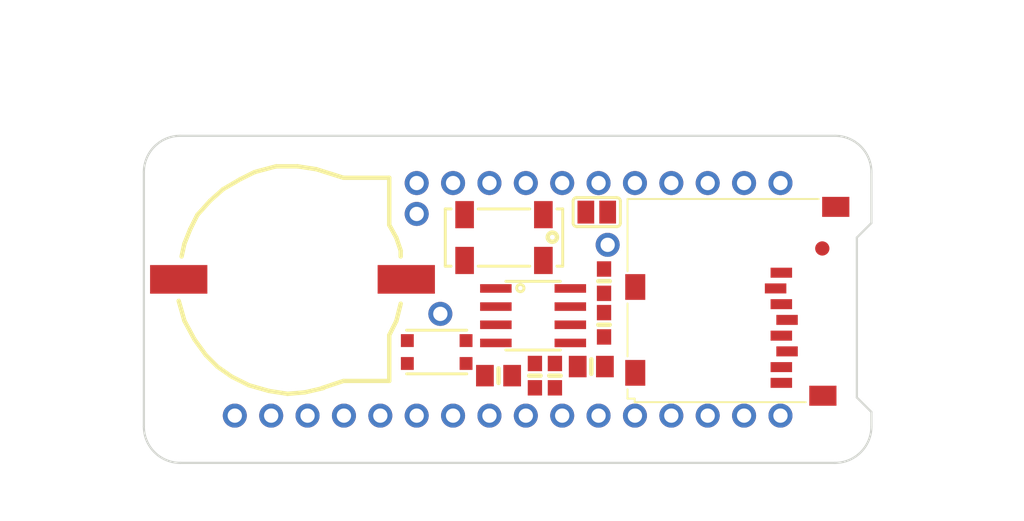
<source format=kicad_pcb>
(kicad_pcb (version 20171130) (host pcbnew "(5.1.4-0-10_14)")

  (general
    (thickness 1.6)
    (drawings 19)
    (tracks 0)
    (zones 0)
    (modules 18)
    (nets 35)
  )

  (page A4)
  (layers
    (0 Top signal)
    (31 Bottom signal)
    (32 B.Adhes user)
    (33 F.Adhes user)
    (34 B.Paste user)
    (35 F.Paste user)
    (36 B.SilkS user)
    (37 F.SilkS user)
    (38 B.Mask user)
    (39 F.Mask user)
    (40 Dwgs.User user)
    (41 Cmts.User user)
    (42 Eco1.User user)
    (43 Eco2.User user)
    (44 Edge.Cuts user)
    (45 Margin user)
    (46 B.CrtYd user hide)
    (47 F.CrtYd user)
    (48 B.Fab user)
    (49 F.Fab user)
  )

  (setup
    (last_trace_width 0.1524)
    (trace_clearance 0.1524)
    (zone_clearance 0.508)
    (zone_45_only no)
    (trace_min 0.1524)
    (via_size 0.8001)
    (via_drill 0.4)
    (via_min_size 0.8001)
    (via_min_drill 0.3)
    (uvia_size 0.3)
    (uvia_drill 0.1)
    (uvias_allowed yes)
    (uvia_min_size 0.2)
    (uvia_min_drill 0.1)
    (edge_width 0.05)
    (segment_width 0.2)
    (pcb_text_width 0.3)
    (pcb_text_size 1.5 1.5)
    (mod_edge_width 0.12)
    (mod_text_size 1 1)
    (mod_text_width 0.15)
    (pad_size 1.524 1.524)
    (pad_drill 0.762)
    (pad_to_mask_clearance 0.051)
    (solder_mask_min_width 0.25)
    (aux_axis_origin 0 0)
    (visible_elements FFFFEF7F)
    (pcbplotparams
      (layerselection 0x010fc_ffffffff)
      (usegerberextensions false)
      (usegerberattributes false)
      (usegerberadvancedattributes false)
      (creategerberjobfile false)
      (excludeedgelayer true)
      (linewidth 0.100000)
      (plotframeref false)
      (viasonmask false)
      (mode 1)
      (useauxorigin false)
      (hpglpennumber 1)
      (hpglpenspeed 20)
      (hpglpendiameter 15.000000)
      (psnegative false)
      (psa4output false)
      (plotreference true)
      (plotvalue true)
      (plotinvisibletext false)
      (padsonsilk false)
      (subtractmaskfromsilk false)
      (outputformat 1)
      (mirror false)
      (drillshape 1)
      (scaleselection 1)
      (outputdirectory ""))
  )

  (net 0 "")
  (net 1 G)
  (net 2 TX)
  (net 3 RX)
  (net 4 F)
  (net 5 E)
  (net 6 D)
  (net 7 C)
  (net 8 B)
  (net 9 A)
  (net 10 AREF)
  (net 11 USB)
  (net 12 N)
  (net 13 M)
  (net 14 L)
  (net 15 J)
  (net 16 I)
  (net 17 H)
  (net 18 SCL)
  (net 19 SDA)
  (net 20 GND)
  (net 21 MOSI)
  (net 22 MISO)
  (net 23 SCK)
  (net 24 +3V3)
  (net 25 SD_CS)
  (net 26 RESET)
  (net 27 N$7)
  (net 28 N$8)
  (net 29 VBAT)
  (net 30 EN)
  (net 31 CR1220)
  (net 32 INT1)
  (net 33 CS)
  (net 34 N$1)

  (net_class Default "This is the default net class."
    (clearance 0.1524)
    (trace_width 0.1524)
    (via_dia 0.8001)
    (via_drill 0.4)
    (uvia_dia 0.3)
    (uvia_drill 0.1)
    (add_net +3V3)
    (add_net A)
    (add_net AREF)
    (add_net B)
    (add_net C)
    (add_net CR1220)
    (add_net CS)
    (add_net D)
    (add_net E)
    (add_net EN)
    (add_net F)
    (add_net G)
    (add_net GND)
    (add_net H)
    (add_net I)
    (add_net INT1)
    (add_net J)
    (add_net L)
    (add_net M)
    (add_net MISO)
    (add_net MOSI)
    (add_net N)
    (add_net N$1)
    (add_net N$7)
    (add_net N$8)
    (add_net RESET)
    (add_net RX)
    (add_net SCK)
    (add_net SCL)
    (add_net SDA)
    (add_net SD_CS)
    (add_net TX)
    (add_net USB)
    (add_net VBAT)
  )

  (module MICROSD locked (layer Top) (tedit 5ECD63E1) (tstamp 5D7BF619)
    (at 167.132 105.156 90)
    (descr "Courtesy: Adafruit Industries")
    (fp_text reference X4 (at -5.805 -2.47 90) (layer F.SilkS) hide
      (effects (font (size 0.77216 0.77216) (thickness 0.146304)) (justify left bottom))
    )
    (fp_text value microsd (at -5.805 -1.327 90) (layer F.Fab) hide
      (effects (font (size 0.38608 0.38608) (thickness 0.04064)) (justify left bottom))
    )
    (fp_line (start 7.165 -10.26) (end 7.165 3.09) (layer F.SilkS) (width 0.127))
    (fp_line (start 2.115 -10.26) (end 7.165 -10.26) (layer F.SilkS) (width 0.127))
    (fp_line (start -3.835 -10.26) (end -0.135 -10.26) (layer F.SilkS) (width 0.127))
    (fp_line (start -7.035 -9.76) (end -7.035 2.19) (layer F.SilkS) (width 0.127))
    (fp_line (start -6.785 -9.76) (end -7.035 -9.76) (layer F.SilkS) (width 0.127))
    (fp_line (start -6.785 -10.26) (end -6.785 -9.76) (layer F.SilkS) (width 0.127))
    (fp_line (start -6.135 -10.26) (end -6.785 -10.26) (layer F.SilkS) (width 0.127))
    (fp_line (start 4.305 9.36) (end 4.305 6.51) (layer F.Fab) (width 0.1))
    (fp_arc (start 3.455 9.36) (end 3.455 10.21) (angle -90) (layer F.Fab) (width 0.1))
    (fp_line (start -5.845 10.21) (end 3.455 10.21) (layer F.Fab) (width 0.1))
    (fp_arc (start -5.845 9.36) (end -6.695 9.36) (angle -90) (layer F.Fab) (width 0.1))
    (fp_line (start -6.695 6.56) (end -6.695 9.36) (layer F.Fab) (width 0.1))
    (fp_arc (start 3.455 5.91) (end 3.455 6.76) (angle -90) (layer F.Fab) (width 0.1))
    (fp_line (start -5.845 6.76) (end 3.455 6.76) (layer F.Fab) (width 0.1))
    (fp_arc (start -5.845 5.91) (end -6.695 5.91) (angle -90) (layer F.Fab) (width 0.1))
    (fp_line (start -6.695 5.76) (end -6.695 5.91) (layer F.Fab) (width 0.1))
    (fp_line (start 4.305 5.26) (end 4.305 3.96) (layer F.Fab) (width 0.1))
    (fp_arc (start 3.555 5.26) (end 3.555 6.01) (angle -90) (layer F.Fab) (width 0.1))
    (fp_line (start -5.895 6.01) (end 3.555 6.01) (layer F.Fab) (width 0.1))
    (fp_arc (start -5.895 5.26) (end -6.645 5.26) (angle -90) (layer F.Fab) (width 0.1))
    (fp_line (start -6.645 3.96) (end -6.645 5.26) (layer F.Fab) (width 0.1))
    (fp_line (start 2.205 1.01) (end 2.205 -0.34) (layer F.Fab) (width 0.1))
    (fp_line (start 1.805 1.01) (end 2.205 1.01) (layer F.Fab) (width 0.1))
    (fp_line (start 1.805 -0.39) (end 1.805 1.01) (layer F.Fab) (width 0.1))
    (fp_line (start 1.105 0.66) (end 1.105 -0.39) (layer F.Fab) (width 0.1))
    (fp_line (start 0.705 0.66) (end 1.105 0.66) (layer F.Fab) (width 0.1))
    (fp_line (start 0.705 -0.39) (end 0.705 0.66) (layer F.Fab) (width 0.1))
    (fp_line (start 0.005 1.06) (end 0.005 -0.34) (layer F.Fab) (width 0.1))
    (fp_line (start -0.395 1.06) (end 0.005 1.06) (layer F.Fab) (width 0.1))
    (fp_line (start -0.395 -0.39) (end -0.395 1.06) (layer F.Fab) (width 0.1))
    (fp_line (start -1.095 1.21) (end -1.445 1.21) (layer F.Fab) (width 0.1))
    (fp_line (start -1.095 -0.24) (end -1.095 1.21) (layer F.Fab) (width 0.1))
    (fp_line (start -0.745 -0.24) (end -0.745 -0.39) (layer F.Fab) (width 0.1))
    (fp_line (start -1.095 -0.24) (end -0.745 -0.24) (layer F.Fab) (width 0.1))
    (fp_line (start -1.495 -0.24) (end -1.095 -0.24) (layer F.Fab) (width 0.1))
    (fp_line (start -2.195 1.06) (end -2.195 -0.24) (layer F.Fab) (width 0.1))
    (fp_line (start -2.595 1.06) (end -2.195 1.06) (layer F.Fab) (width 0.1))
    (fp_line (start -2.595 -0.39) (end -2.595 1.06) (layer F.Fab) (width 0.1))
    (fp_line (start -3.245 1.26) (end -3.245 -0.19) (layer F.Fab) (width 0.1))
    (fp_line (start -3.695 1.26) (end -3.245 1.26) (layer F.Fab) (width 0.1))
    (fp_line (start -3.695 -0.19) (end -3.695 1.26) (layer F.Fab) (width 0.1))
    (fp_line (start -2.945 -0.19) (end -2.945 -0.39) (layer F.Fab) (width 0.1))
    (fp_line (start -3.245 -0.19) (end -2.945 -0.19) (layer F.Fab) (width 0.1))
    (fp_line (start -3.695 -0.19) (end -3.245 -0.19) (layer F.Fab) (width 0.1))
    (fp_line (start -4.045 -0.19) (end -3.695 -0.19) (layer F.Fab) (width 0.1))
    (fp_line (start -4.045 -0.39) (end -4.045 -0.19) (layer F.Fab) (width 0.1))
    (fp_line (start -4.395 1.01) (end -4.395 -0.39) (layer F.Fab) (width 0.1))
    (fp_line (start -4.795 1.01) (end -4.395 1.01) (layer F.Fab) (width 0.1))
    (fp_line (start -4.795 -0.39) (end -4.795 1.01) (layer F.Fab) (width 0.1))
    (fp_line (start -5.495 1.01) (end -5.495 -0.39) (layer F.Fab) (width 0.1))
    (fp_line (start -5.895 1.01) (end -5.495 1.01) (layer F.Fab) (width 0.1))
    (fp_line (start -5.895 -0.34) (end -5.895 1.01) (layer F.Fab) (width 0.1))
    (fp_line (start 1.405 -9.39) (end 1.405 -9.99) (layer F.Fab) (width 0.1))
    (fp_line (start 1.305 -9.39) (end 1.405 -9.39) (layer F.Fab) (width 0.1))
    (fp_line (start 0.205 -9.39) (end 0.205 -9.99) (layer F.Fab) (width 0.1))
    (fp_line (start 0.405 -9.39) (end 0.205 -9.39) (layer F.Fab) (width 0.1))
    (fp_line (start 1.305 -9.24) (end 1.555 -9.24) (layer F.Fab) (width 0.1))
    (fp_line (start 0.405 -9.24) (end 0.105 -9.24) (layer F.Fab) (width 0.1))
    (fp_line (start 0.155 -4.24) (end 1.455 -4.24) (layer F.Fab) (width 0.1))
    (fp_line (start 0.405 -9.69) (end 0.155 -4.24) (layer F.Fab) (width 0.1))
    (fp_line (start 0.405 -9.74) (end 0.405 -9.69) (layer F.Fab) (width 0.1))
    (fp_arc (start 0.555 -9.69) (end 0.605 -9.84) (angle -90) (layer F.Fab) (width 0.1))
    (fp_line (start 0.605 -8.89) (end 0.605 -9.84) (layer F.Fab) (width 0.1))
    (fp_arc (start 0.855 -8.89) (end 0.855 -8.64) (angle 90) (layer F.Fab) (width 0.1))
    (fp_line (start 0.805 -8.64) (end 0.855 -8.64) (layer F.Fab) (width 0.1))
    (fp_arc (start 0.805 -8.89) (end 1.055 -8.89) (angle 90) (layer F.Fab) (width 0.1))
    (fp_line (start 1.055 -9.84) (end 1.055 -8.89) (layer F.Fab) (width 0.1))
    (fp_arc (start 1.055 -9.64) (end 1.255 -9.64) (angle -90) (layer F.Fab) (width 0.1))
    (fp_line (start 1.255 -9.59) (end 1.255 -9.64) (layer F.Fab) (width 0.1))
    (fp_line (start 1.455 -4.24) (end 1.255 -9.59) (layer F.Fab) (width 0.1))
    (fp_arc (start 1.605 -4.24) (end 1.605 -4.09) (angle 90) (layer F.Fab) (width 0.1))
    (fp_arc (start 1.605 -4.24) (end 1.755 -4.24) (angle 90) (layer F.Fab) (width 0.1))
    (fp_line (start 1.755 -4.29) (end 1.755 -4.24) (layer F.Fab) (width 0.1))
    (fp_line (start 1.505 -10.19) (end 1.755 -4.29) (layer F.Fab) (width 0.1))
    (fp_line (start 0.155 -10.04) (end 1.505 -10.04) (layer F.Fab) (width 0.1))
    (fp_line (start -0.145 -4.24) (end 0.105 -10.19) (layer F.Fab) (width 0.1))
    (fp_arc (start 0.005 -4.24) (end 0.005 -4.09) (angle 90) (layer F.Fab) (width 0.1))
    (fp_arc (start 0.005 -4.24) (end 0.155 -4.24) (angle 90) (layer F.Fab) (width 0.1))
    (fp_line (start -4.295 -9.39) (end -4.295 -9.99) (layer F.Fab) (width 0.1))
    (fp_line (start -4.395 -9.39) (end -4.295 -9.39) (layer F.Fab) (width 0.1))
    (fp_line (start -5.495 -9.39) (end -5.495 -9.99) (layer F.Fab) (width 0.1))
    (fp_line (start -5.295 -9.39) (end -5.495 -9.39) (layer F.Fab) (width 0.1))
    (fp_line (start -4.395 -9.24) (end -4.145 -9.24) (layer F.Fab) (width 0.1))
    (fp_line (start -5.295 -9.24) (end -5.595 -9.24) (layer F.Fab) (width 0.1))
    (fp_line (start -5.545 -4.24) (end -4.245 -4.24) (layer F.Fab) (width 0.1))
    (fp_line (start -5.295 -9.69) (end -5.545 -4.24) (layer F.Fab) (width 0.1))
    (fp_line (start -5.295 -9.74) (end -5.295 -9.69) (layer F.Fab) (width 0.1))
    (fp_arc (start -5.145 -9.69) (end -5.095 -9.84) (angle -90) (layer F.Fab) (width 0.1))
    (fp_line (start -5.095 -8.89) (end -5.095 -9.84) (layer F.Fab) (width 0.1))
    (fp_arc (start -4.845 -8.89) (end -4.845 -8.64) (angle 90) (layer F.Fab) (width 0.1))
    (fp_line (start -4.895 -8.64) (end -4.845 -8.64) (layer F.Fab) (width 0.1))
    (fp_arc (start -4.895 -8.89) (end -4.645 -8.89) (angle 90) (layer F.Fab) (width 0.1))
    (fp_line (start -4.645 -9.84) (end -4.645 -8.89) (layer F.Fab) (width 0.1))
    (fp_arc (start -4.645 -9.64) (end -4.445 -9.64) (angle -90) (layer F.Fab) (width 0.1))
    (fp_line (start -4.445 -9.59) (end -4.445 -9.64) (layer F.Fab) (width 0.1))
    (fp_line (start -4.245 -4.24) (end -4.445 -9.59) (layer F.Fab) (width 0.1))
    (fp_arc (start -4.095 -4.24) (end -4.095 -4.09) (angle 90) (layer F.Fab) (width 0.1))
    (fp_arc (start -4.095 -4.24) (end -3.945 -4.24) (angle 90) (layer F.Fab) (width 0.1))
    (fp_line (start -3.945 -4.29) (end -3.945 -4.24) (layer F.Fab) (width 0.1))
    (fp_line (start -4.195 -10.19) (end -3.945 -4.29) (layer F.Fab) (width 0.1))
    (fp_line (start -5.545 -10.04) (end -4.195 -10.04) (layer F.Fab) (width 0.1))
    (fp_line (start -5.845 -4.24) (end -5.595 -10.19) (layer F.Fab) (width 0.1))
    (fp_arc (start -5.695 -4.24) (end -5.695 -4.09) (angle 90) (layer F.Fab) (width 0.1))
    (fp_arc (start -5.695 -4.24) (end -5.545 -4.24) (angle 90) (layer F.Fab) (width 0.1))
    (fp_line (start 3.005 -3.79) (end 3.005 -6.29) (layer F.Fab) (width 0.1))
    (fp_arc (start 3.205 -3.79) (end 3.205 -3.59) (angle 90) (layer F.Fab) (width 0.1))
    (fp_line (start 3.255 -3.59) (end 3.205 -3.59) (layer F.Fab) (width 0.1))
    (fp_arc (start 3.255 -3.84) (end 3.505 -3.84) (angle 90) (layer F.Fab) (width 0.1))
    (fp_line (start 3.505 -6.29) (end 3.505 -3.84) (layer F.Fab) (width 0.1))
    (fp_arc (start 3.305 -6.29) (end 3.305 -6.49) (angle 90) (layer F.Fab) (width 0.1))
    (fp_line (start 3.205 -6.49) (end 3.305 -6.49) (layer F.Fab) (width 0.1))
    (fp_arc (start 3.205 -6.29) (end 3.005 -6.29) (angle 90) (layer F.Fab) (width 0.1))
    (fp_arc (start -5.695 -0.04) (end -6.045 -0.04) (angle 90) (layer F.Fab) (width 0.1))
    (fp_line (start -6.045 1.06) (end -6.045 -0.04) (layer F.Fab) (width 0.1))
    (fp_arc (start -5.695 1.06) (end -5.695 1.41) (angle 90) (layer F.Fab) (width 0.1))
    (fp_line (start -2.495 1.41) (end -5.695 1.41) (layer F.Fab) (width 0.1))
    (fp_arc (start -2.495 1.06) (end -2.145 1.06) (angle 90) (layer F.Fab) (width 0.1))
    (fp_line (start -2.145 -0.14) (end -2.145 1.06) (layer F.Fab) (width 0.1))
    (fp_arc (start -2.395 -0.14) (end -2.395 -0.39) (angle 90) (layer F.Fab) (width 0.1))
    (fp_line (start -2.595 -0.39) (end -2.395 -0.39) (layer F.Fab) (width 0.1))
    (fp_line (start -2.945 -0.39) (end -2.595 -0.39) (layer F.Fab) (width 0.1))
    (fp_line (start -4.045 -0.39) (end -2.945 -0.39) (layer F.Fab) (width 0.1))
    (fp_line (start -4.395 -0.39) (end -4.045 -0.39) (layer F.Fab) (width 0.1))
    (fp_line (start -4.795 -0.39) (end -4.395 -0.39) (layer F.Fab) (width 0.1))
    (fp_line (start -5.495 -0.39) (end -4.795 -0.39) (layer F.Fab) (width 0.1))
    (fp_line (start -5.695 -0.39) (end -5.495 -0.39) (layer F.Fab) (width 0.1))
    (fp_arc (start -1.245 -0.09) (end -1.545 -0.09) (angle 90) (layer F.Fab) (width 0.1))
    (fp_line (start -1.545 1.06) (end -1.545 -0.09) (layer F.Fab) (width 0.1))
    (fp_arc (start -1.195 1.06) (end -1.195 1.41) (angle 90) (layer F.Fab) (width 0.1))
    (fp_line (start 2.005 1.41) (end -1.195 1.41) (layer F.Fab) (width 0.1))
    (fp_arc (start 2.005 1.06) (end 2.355 1.06) (angle 90) (layer F.Fab) (width 0.1))
    (fp_line (start 2.355 -0.09) (end 2.355 1.06) (layer F.Fab) (width 0.1))
    (fp_arc (start 2.055 -0.09) (end 2.055 -0.39) (angle 90) (layer F.Fab) (width 0.1))
    (fp_line (start 1.805 -0.39) (end 2.055 -0.39) (layer F.Fab) (width 0.1))
    (fp_line (start 1.105 -0.39) (end 1.805 -0.39) (layer F.Fab) (width 0.1))
    (fp_line (start 0.705 -0.39) (end 1.105 -0.39) (layer F.Fab) (width 0.1))
    (fp_line (start -0.395 -0.39) (end 0.705 -0.39) (layer F.Fab) (width 0.1))
    (fp_line (start -0.745 -0.39) (end -0.395 -0.39) (layer F.Fab) (width 0.1))
    (fp_line (start -1.245 -0.39) (end -0.745 -0.39) (layer F.Fab) (width 0.1))
    (fp_line (start 4.955 -3.69) (end 7.055 -3.69) (layer F.Fab) (width 0.1))
    (fp_arc (start 4.955 -3.34) (end 4.605 -3.34) (angle 90) (layer F.Fab) (width 0.1))
    (fp_line (start 4.605 -2.04) (end 4.605 -3.34) (layer F.Fab) (width 0.1))
    (fp_arc (start 4.655 -2.04) (end 4.655 -1.99) (angle 90) (layer F.Fab) (width 0.1))
    (fp_line (start 4.855 -1.79) (end 4.655 -1.99) (layer F.Fab) (width 0.1))
    (fp_line (start 4.855 2.16) (end 4.855 -1.79) (layer F.Fab) (width 0.1))
    (fp_arc (start 5.055 2.16) (end 5.055 2.36) (angle 90) (layer F.Fab) (width 0.1))
    (fp_line (start 5.105 2.36) (end 5.055 2.36) (layer F.Fab) (width 0.1))
    (fp_arc (start 5.105 2.16) (end 5.305 2.16) (angle 90) (layer F.Fab) (width 0.1))
    (fp_line (start 5.455 -1.99) (end 5.305 2.16) (layer F.Fab) (width 0.1))
    (fp_arc (start 5.255 -1.99) (end 5.255 -2.19) (angle 90) (layer F.Fab) (width 0.1))
    (fp_line (start 5.205 -2.19) (end 5.255 -2.19) (layer F.Fab) (width 0.1))
    (fp_arc (start 5.205 -2.34) (end 5.055 -2.34) (angle -90) (layer F.Fab) (width 0.1))
    (fp_line (start 5.055 -3.14) (end 5.055 -2.34) (layer F.Fab) (width 0.1))
    (fp_arc (start 5.205 -3.14) (end 5.205 -3.29) (angle -90) (layer F.Fab) (width 0.1))
    (fp_line (start 6.255 -3.29) (end 5.205 -3.29) (layer F.Fab) (width 0.1))
    (fp_arc (start 6.255 -3.14) (end 6.405 -3.14) (angle -90) (layer F.Fab) (width 0.1))
    (fp_line (start 6.405 -2.44) (end 6.405 -3.14) (layer F.Fab) (width 0.1))
    (fp_arc (start 6.155 -2.44) (end 6.155 -2.19) (angle -90) (layer F.Fab) (width 0.1))
    (fp_arc (start 6.155 -2.04) (end 6.005 -2.04) (angle 90) (layer F.Fab) (width 0.1))
    (fp_line (start 6.105 2.16) (end 6.005 -2.04) (layer F.Fab) (width 0.1))
    (fp_arc (start 6.305 2.16) (end 6.305 2.36) (angle 90) (layer F.Fab) (width 0.1))
    (fp_line (start 7.055 2.36) (end 6.305 2.36) (layer F.Fab) (width 0.1))
    (fp_arc (start 6.755 3.86) (end 6.955 3.86) (angle -90) (layer F.Fab) (width 0.1))
    (fp_arc (start 6.805 3.86) (end 6.805 4.01) (angle -90) (layer F.Fab) (width 0.1))
    (fp_line (start 6.755 4.01) (end 6.805 4.01) (layer F.Fab) (width 0.1))
    (fp_arc (start 6.755 4.16) (end 6.605 4.16) (angle 90) (layer F.Fab) (width 0.1))
    (fp_line (start 6.605 4.46) (end 6.605 4.16) (layer F.Fab) (width 0.1))
    (fp_arc (start 6.755 4.46) (end 6.755 4.61) (angle 90) (layer F.Fab) (width 0.1))
    (fp_line (start 6.805 4.61) (end 6.755 4.61) (layer F.Fab) (width 0.1))
    (fp_arc (start 6.805 4.76) (end 6.955 4.76) (angle -90) (layer F.Fab) (width 0.1))
    (fp_line (start 6.955 4.86) (end 6.955 4.76) (layer F.Fab) (width 0.1))
    (fp_line (start 6.355 3.66) (end 6.355 4.96) (layer F.Fab) (width 0.1))
    (fp_line (start 6.655 3.51) (end 6.655 3.31) (layer F.Fab) (width 0.1))
    (fp_line (start 6.655 3.51) (end 6.805 3.51) (layer F.Fab) (width 0.1))
    (fp_line (start 6.005 3.51) (end 6.655 3.51) (layer F.Fab) (width 0.1))
    (fp_line (start 6.805 3.31) (end 6.805 3.51) (layer F.Fab) (width 0.1))
    (fp_line (start 4.355 4.36) (end 3.855 3.81) (layer F.Fab) (width 0.1))
    (fp_line (start 4.555 4.36) (end 4.355 4.36) (layer F.Fab) (width 0.1))
    (fp_arc (start 4.505 4.76) (end 4.355 4.76) (angle 90) (layer F.Fab) (width 0.1))
    (fp_line (start 4.505 4.91) (end 4.355 4.76) (layer F.Fab) (width 0.1))
    (fp_line (start 3.505 4.76) (end 4.355 4.76) (layer F.Fab) (width 0.1))
    (fp_line (start 4.005 4.56) (end 3.505 4.56) (layer F.Fab) (width 0.1))
    (fp_line (start 4.005 4.56) (end 4.505 4.56) (layer F.Fab) (width 0.1))
    (fp_line (start 3.505 4.06) (end 4.005 4.56) (layer F.Fab) (width 0.1))
    (fp_line (start 3.505 3.71) (end 3.505 4.06) (layer F.Fab) (width 0.1))
    (fp_line (start 3.505 4.36) (end 3.755 4.36) (layer F.Fab) (width 0.1))
    (fp_line (start 3.505 4.56) (end 3.505 4.36) (layer F.Fab) (width 0.1))
    (fp_line (start 3.505 4.76) (end 3.505 4.56) (layer F.Fab) (width 0.1))
    (fp_line (start 3.505 4.96) (end 3.505 4.76) (layer F.Fab) (width 0.1))
    (fp_line (start 2.555 4.96) (end 2.555 3.46) (layer F.Fab) (width 0.1))
    (fp_line (start 3.505 4.96) (end 2.555 4.96) (layer F.Fab) (width 0.1))
    (fp_line (start 4.805 4.96) (end 3.505 4.96) (layer F.Fab) (width 0.1))
    (fp_line (start 7.055 -7.84) (end 7.055 -10.19) (layer F.Fab) (width 0.1))
    (fp_line (start 7.105 -7.84) (end 7.055 -7.84) (layer F.Fab) (width 0.1))
    (fp_line (start 7.105 -6.79) (end 7.105 -7.84) (layer F.Fab) (width 0.1))
    (fp_line (start 7.055 -6.79) (end 7.105 -6.79) (layer F.Fab) (width 0.1))
    (fp_line (start 7.055 -3.69) (end 7.055 -6.79) (layer F.Fab) (width 0.1))
    (fp_line (start 7.055 -2.64) (end 7.055 -3.69) (layer F.Fab) (width 0.1))
    (fp_line (start 7.105 -2.64) (end 7.055 -2.64) (layer F.Fab) (width 0.1))
    (fp_line (start 7.105 -1.59) (end 7.105 -2.64) (layer F.Fab) (width 0.1))
    (fp_line (start 7.055 -1.59) (end 7.105 -1.59) (layer F.Fab) (width 0.1))
    (fp_line (start 7.055 1.36) (end 7.055 -1.59) (layer F.Fab) (width 0.1))
    (fp_line (start 7.105 1.36) (end 7.055 1.36) (layer F.Fab) (width 0.1))
    (fp_line (start 7.105 2.36) (end 7.105 1.36) (layer F.Fab) (width 0.1))
    (fp_line (start 7.055 2.36) (end 7.105 2.36) (layer F.Fab) (width 0.1))
    (fp_line (start 7.055 3.26) (end 7.055 2.36) (layer F.Fab) (width 0.1))
    (fp_line (start 6.155 3.26) (end 7.055 3.26) (layer F.Fab) (width 0.1))
    (fp_arc (start 6.155 3.46) (end 5.955 3.46) (angle 90) (layer F.Fab) (width 0.1))
    (fp_arc (start 6.155 3.46) (end 6.155 3.66) (angle 90) (layer F.Fab) (width 0.1))
    (fp_line (start 6.355 3.66) (end 6.155 3.66) (layer F.Fab) (width 0.1))
    (fp_line (start 6.755 3.66) (end 6.355 3.66) (layer F.Fab) (width 0.1))
    (fp_arc (start 6.755 3.91) (end 7.005 3.91) (angle -90) (layer F.Fab) (width 0.1))
    (fp_line (start 7.005 4.71) (end 7.005 3.91) (layer F.Fab) (width 0.1))
    (fp_arc (start 6.755 4.71) (end 6.955 4.86) (angle -36.869898) (layer F.Fab) (width 0.1))
    (fp_arc (start 6.754999 4.709999) (end 6.755 4.96) (angle -53.130102) (layer F.Fab) (width 0.1))
    (fp_line (start 6.355 4.96) (end 6.755 4.96) (layer F.Fab) (width 0.1))
    (fp_line (start 4.805 4.96) (end 6.355 4.96) (layer F.Fab) (width 0.1))
    (fp_arc (start 4.805 4.71) (end 4.555 4.71) (angle -90) (layer F.Fab) (width 0.1))
    (fp_line (start 4.555 4.36) (end 4.555 4.71) (layer F.Fab) (width 0.1))
    (fp_line (start 4.555 4.11) (end 4.555 4.36) (layer F.Fab) (width 0.1))
    (fp_arc (start 4.455 4.11) (end 4.455 4.01) (angle 90) (layer F.Fab) (width 0.1))
    (fp_arc (start -1.245 19.670621) (end -6.945 4.01) (angle 40) (layer F.Fab) (width 0.1))
    (fp_line (start -6.945 -0.74) (end -6.945 4.01) (layer F.Fab) (width 0.1))
    (fp_line (start -6.995 -0.74) (end -6.945 -0.74) (layer F.Fab) (width 0.1))
    (fp_line (start -6.995 -2.04) (end -6.995 -0.74) (layer F.Fab) (width 0.1))
    (fp_line (start -6.945 -2.04) (end -6.995 -2.04) (layer F.Fab) (width 0.1))
    (fp_line (start -6.945 -7.09) (end -6.945 -2.04) (layer F.Fab) (width 0.1))
    (fp_line (start -6.995 -7.09) (end -6.945 -7.09) (layer F.Fab) (width 0.1))
    (fp_line (start -6.995 -8.44) (end -6.995 -7.09) (layer F.Fab) (width 0.1))
    (fp_line (start -6.945 -8.44) (end -6.995 -8.44) (layer F.Fab) (width 0.1))
    (fp_line (start -6.945 -9.69) (end -6.945 -8.44) (layer F.Fab) (width 0.1))
    (fp_line (start -6.695 -9.69) (end -6.945 -9.69) (layer F.Fab) (width 0.1))
    (fp_line (start -6.695 -10.19) (end -6.695 -9.69) (layer F.Fab) (width 0.1))
    (fp_line (start -5.595 -10.19) (end -6.695 -10.19) (layer F.Fab) (width 0.1))
    (fp_line (start -4.195 -10.19) (end -5.595 -10.19) (layer F.Fab) (width 0.1))
    (fp_line (start 3.405 -10.19) (end -4.195 -10.19) (layer F.Fab) (width 0.1))
    (fp_line (start 3.405 -9.89) (end 3.405 -10.19) (layer F.Fab) (width 0.1))
    (fp_arc (start 3.605 -9.89) (end 3.605 -9.69) (angle 90) (layer F.Fab) (width 0.1))
    (fp_arc (start 3.605 -9.89) (end 3.805 -9.89) (angle 90) (layer F.Fab) (width 0.1))
    (fp_line (start 3.805 -10.19) (end 3.805 -9.89) (layer F.Fab) (width 0.1))
    (fp_line (start 6.005 -10.19) (end 3.805 -10.19) (layer F.Fab) (width 0.1))
    (fp_line (start 6.005 -9.89) (end 6.005 -10.19) (layer F.Fab) (width 0.1))
    (fp_arc (start 6.205 -9.89) (end 6.205 -9.69) (angle 90) (layer F.Fab) (width 0.1))
    (fp_arc (start 6.205 -9.89) (end 6.405 -9.89) (angle 90) (layer F.Fab) (width 0.1))
    (fp_line (start 6.405 -10.19) (end 6.405 -9.89) (layer F.Fab) (width 0.1))
    (fp_line (start 7.055 -10.19) (end 6.405 -10.19) (layer F.Fab) (width 0.1))
    (fp_poly (pts (xy 7.165 -10.26) (xy 7.215 5.04) (xy 4.615 5.04) (xy 4.615 11.24)
      (xy -6.86 11.19) (xy -6.91 -9.81) (xy -6.785 -9.76) (xy -6.785 -10.26)) (layer F.CrtYd) (width 0.1))
    (pad 1 smd rect (at 2.015 0.48 90) (size 0.7 1.5) (layers Top F.Paste F.Mask)
      (solder_mask_margin 0.0508))
    (pad 2 smd rect (at 0.915 0.08 90) (size 0.7 1.5) (layers Top F.Paste F.Mask)
      (net 25 SD_CS) (solder_mask_margin 0.0508))
    (pad 3 smd rect (at -0.185 0.48 90) (size 0.7 1.5) (layers Top F.Paste F.Mask)
      (net 21 MOSI) (solder_mask_margin 0.0508))
    (pad 4 smd rect (at -1.285 0.88 90) (size 0.7 1.5) (layers Top F.Paste F.Mask)
      (net 24 +3V3) (solder_mask_margin 0.0508))
    (pad 5 smd rect (at -2.385 0.48 90) (size 0.7 1.5) (layers Top F.Paste F.Mask)
      (net 23 SCK) (solder_mask_margin 0.0508))
    (pad 6 smd rect (at -3.485 0.88 90) (size 0.7 1.5) (layers Top F.Paste F.Mask)
      (net 20 GND) (solder_mask_margin 0.0508))
    (pad 7 smd rect (at -4.585 0.48 90) (size 0.7 1.5) (layers Top F.Paste F.Mask)
      (net 22 MISO) (solder_mask_margin 0.0508))
    (pad 8 smd rect (at -5.685 0.48 90) (size 0.7 1.5) (layers Top F.Paste F.Mask)
      (solder_mask_margin 0.0508))
    (pad CD2 smd rect (at 1.015 -9.72 180) (size 1.4 1.8) (layers Top F.Paste F.Mask)
      (solder_mask_margin 0.0508))
    (pad CD1 smd rect (at -4.985 -9.72 180) (size 1.4 1.8) (layers Top F.Paste F.Mask)
      (solder_mask_margin 0.0508))
    (pad MT2 smd rect (at 6.615 4.28 90) (size 1.4 1.9) (layers Top F.Paste F.Mask)
      (net 20 GND) (solder_mask_margin 0.0508))
    (pad MT1 smd rect (at -6.585 3.38 90) (size 1.4 1.9) (layers Top F.Paste F.Mask)
      (net 20 GND) (solder_mask_margin 0.0508))
  )

  (module SOLDERJUMPER_CLOSEDWIRE (layer Top) (tedit 5DDD83E7) (tstamp 5D7BF823)
    (at 154.7241 98.9076)
    (fp_text reference SJ1 (at -1.651 -1.27) (layer F.SilkS) hide
      (effects (font (size 0.77216 0.77216) (thickness 0.146304)) (justify left bottom))
    )
    (fp_text value "" (at -1.524 1.651) (layer F.Fab)
      (effects (font (size 0.38608 0.38608) (thickness 0.038608)) (justify left bottom))
    )
    (fp_poly (pts (xy -1.27 -0.762) (xy 1.27 -0.762) (xy 1.27 0.762) (xy -1.27 0.762)) (layer F.Mask) (width 0))
    (fp_arc (start 0.254 0) (end 0.254 -0.127) (angle 180) (layer F.Fab) (width 1.27))
    (fp_arc (start -0.254 0) (end -0.254 0.127) (angle 180) (layer F.Fab) (width 1.27))
    (fp_line (start -1.016 0) (end -1.524 0) (layer F.Fab) (width 0.2032))
    (fp_line (start 1.016 0) (end 1.524 0) (layer F.Fab) (width 0.2032))
    (fp_line (start -1.397 -1.016) (end 1.397 -1.016) (layer F.SilkS) (width 0.2032))
    (fp_line (start -1.651 0.762) (end -1.651 -0.762) (layer F.SilkS) (width 0.2032))
    (fp_line (start 1.651 0.762) (end 1.651 -0.762) (layer F.SilkS) (width 0.2032))
    (fp_arc (start 1.397 0.762) (end 1.397 1.016) (angle -90) (layer F.SilkS) (width 0.2032))
    (fp_arc (start -1.397 0.762) (end -1.651 0.762) (angle -90) (layer F.SilkS) (width 0.2032))
    (fp_arc (start -1.397 -0.762) (end -1.651 -0.762) (angle 90) (layer F.SilkS) (width 0.2032))
    (fp_arc (start 1.397 -0.762) (end 1.397 -1.016) (angle 90) (layer F.SilkS) (width 0.2032))
    (fp_line (start 1.397 1.016) (end -1.397 1.016) (layer F.SilkS) (width 0.2032))
    (fp_poly (pts (xy 1.7 -0.95) (xy 1.7 0.95) (xy -1.7 0.95) (xy -1.7 -0.95)) (layer F.CrtYd) (width 0.1))
    (pad 2 smd rect (at 0.762 0) (size 1.1684 1.6002) (layers Top F.Mask)
      (net 25 SD_CS) (solder_mask_margin 0.0508))
    (pad 1 smd rect (at -0.762 0) (size 1.1684 1.6002) (layers Top F.Mask)
      (net 33 CS) (solder_mask_margin 0.0508))
  )

  (module 0603-NO (layer Top) (tedit 5DDD83D2) (tstamp 5D7BF78B)
    (at 150.4061 110.3376 270)
    (fp_text reference R2 (at 1.778 0.127 90) (layer F.SilkS) hide
      (effects (font (size 0.77216 0.77216) (thickness 0.146304)) (justify left top))
    )
    (fp_text value 10K (at 1.778 0.762 90) (layer F.Fab) hide
      (effects (font (size 0.38608 0.38608) (thickness 0.04064)) (justify left top))
    )
    (fp_line (start 0 -0.4) (end 0 0.4) (layer F.SilkS) (width 0.3048))
    (fp_poly (pts (xy -0.1999 0.3) (xy 0.1999 0.3) (xy 0.1999 -0.3) (xy -0.1999 -0.3)) (layer F.Adhes) (width 0))
    (fp_poly (pts (xy 0.3302 0.4699) (xy 0.8303 0.4699) (xy 0.8303 -0.4801) (xy 0.3302 -0.4801)) (layer F.Fab) (width 0))
    (fp_poly (pts (xy -0.8382 0.4699) (xy -0.3381 0.4699) (xy -0.3381 -0.4801) (xy -0.8382 -0.4801)) (layer F.Fab) (width 0))
    (fp_line (start -0.356 0.419) (end 0.356 0.419) (layer F.Fab) (width 0.1016))
    (fp_line (start -0.356 -0.432) (end 0.356 -0.432) (layer F.Fab) (width 0.1016))
    (fp_poly (pts (xy -1.5 -0.65) (xy 1.5 -0.65) (xy 1.5 0.65) (xy -1.5 0.65)) (layer F.CrtYd) (width 0.1))
    (pad 2 smd rect (at 0.85 0 270) (size 1.075 1) (layers Top F.Paste F.Mask)
      (net 24 +3V3) (solder_mask_margin 0.0508))
    (pad 1 smd rect (at -0.85 0 270) (size 1.075 1) (layers Top F.Paste F.Mask)
      (net 18 SCL) (solder_mask_margin 0.0508))
  )

  (module 0603-NO (layer Top) (tedit 5DDD83A5) (tstamp 5D7BF77C)
    (at 151.8031 110.3376 270)
    (fp_text reference R1 (at 1.778 0.127 270) (layer F.SilkS) hide
      (effects (font (size 0.77216 0.77216) (thickness 0.146304)) (justify right top))
    )
    (fp_text value 10K (at 1.778 0.762 270) (layer F.Fab) hide
      (effects (font (size 0.38608 0.38608) (thickness 0.04064)) (justify right top))
    )
    (fp_line (start 0 -0.4) (end 0 0.4) (layer F.SilkS) (width 0.3048))
    (fp_poly (pts (xy -0.1999 0.3) (xy 0.1999 0.3) (xy 0.1999 -0.3) (xy -0.1999 -0.3)) (layer F.Adhes) (width 0))
    (fp_poly (pts (xy 0.3302 0.4699) (xy 0.8303 0.4699) (xy 0.8303 -0.4801) (xy 0.3302 -0.4801)) (layer F.Fab) (width 0))
    (fp_poly (pts (xy -0.8382 0.4699) (xy -0.3381 0.4699) (xy -0.3381 -0.4801) (xy -0.8382 -0.4801)) (layer F.Fab) (width 0))
    (fp_line (start -0.356 0.419) (end 0.356 0.419) (layer F.Fab) (width 0.1016))
    (fp_line (start -0.356 -0.432) (end 0.356 -0.432) (layer F.Fab) (width 0.1016))
    (fp_poly (pts (xy -1.5 -0.7) (xy 1.5 -0.7) (xy 1.5 0.7) (xy -1.5 0.7)) (layer F.CrtYd) (width 0.1))
    (pad 2 smd rect (at 0.85 0 270) (size 1.075 1) (layers Top F.Paste F.Mask)
      (net 24 +3V3) (solder_mask_margin 0.0508))
    (pad 1 smd rect (at -0.85 0 270) (size 1.075 1) (layers Top F.Paste F.Mask)
      (net 19 SDA) (solder_mask_margin 0.0508))
  )

  (module 0603-NO (layer Top) (tedit 5DD87271) (tstamp 5D7BF79A)
    (at 155.2321 103.7336 270)
    (fp_text reference R3 (at 1.778 0.127 90) (layer F.SilkS) hide
      (effects (font (size 0.77216 0.77216) (thickness 0.146304)) (justify left top))
    )
    (fp_text value 100K (at 1.778 0.762 90) (layer F.Fab) hide
      (effects (font (size 0.38608 0.38608) (thickness 0.04064)) (justify left top))
    )
    (fp_line (start 0 -0.4) (end 0 0.4) (layer F.SilkS) (width 0.3048))
    (fp_poly (pts (xy -0.1999 0.3) (xy 0.1999 0.3) (xy 0.1999 -0.3) (xy -0.1999 -0.3)) (layer F.Adhes) (width 0))
    (fp_poly (pts (xy 0.3302 0.4699) (xy 0.8303 0.4699) (xy 0.8303 -0.4801) (xy 0.3302 -0.4801)) (layer F.Fab) (width 0))
    (fp_poly (pts (xy -0.8382 0.4699) (xy -0.3381 0.4699) (xy -0.3381 -0.4801) (xy -0.8382 -0.4801)) (layer F.Fab) (width 0))
    (fp_line (start -0.356 0.419) (end 0.356 0.419) (layer F.Fab) (width 0.1016))
    (fp_line (start -0.356 -0.432) (end 0.356 -0.432) (layer F.Fab) (width 0.1016))
    (fp_line (start -1.473 0.729) (end -1.473 -0.729) (layer Dwgs.User) (width 0.0508))
    (fp_line (start 1.473 0.729) (end -1.473 0.729) (layer Dwgs.User) (width 0.0508))
    (fp_line (start 1.473 -0.729) (end 1.473 0.729) (layer Dwgs.User) (width 0.0508))
    (fp_line (start -1.473 -0.729) (end 1.473 -0.729) (layer Dwgs.User) (width 0.0508))
    (fp_poly (pts (xy -1.5 -0.75) (xy 1.5 -0.75) (xy 1.5 0.75) (xy -1.5 0.75)) (layer F.CrtYd) (width 0.1))
    (pad 2 smd rect (at 0.85 0 270) (size 1.075 1) (layers Top F.Paste F.Mask)
      (net 24 +3V3) (solder_mask_margin 0.0508))
    (pad 1 smd rect (at -0.85 0 270) (size 1.075 1) (layers Top F.Paste F.Mask)
      (net 25 SD_CS) (solder_mask_margin 0.0508))
  )

  (module 0603-NO (layer Top) (tedit 5DD87265) (tstamp 5D7BF85B)
    (at 155.2321 106.7816 270)
    (fp_text reference R4 (at 1.778 0.127 90) (layer F.SilkS) hide
      (effects (font (size 0.77216 0.77216) (thickness 0.146304)) (justify left top))
    )
    (fp_text value 1K (at 1.778 0.762 90) (layer F.Fab) hide
      (effects (font (size 0.38608 0.38608) (thickness 0.04064)) (justify left top))
    )
    (fp_line (start 0 -0.4) (end 0 0.4) (layer F.SilkS) (width 0.3048))
    (fp_poly (pts (xy -0.1999 0.3) (xy 0.1999 0.3) (xy 0.1999 -0.3) (xy -0.1999 -0.3)) (layer F.Adhes) (width 0))
    (fp_poly (pts (xy 0.3302 0.4699) (xy 0.8303 0.4699) (xy 0.8303 -0.4801) (xy 0.3302 -0.4801)) (layer F.Fab) (width 0))
    (fp_poly (pts (xy -0.8382 0.4699) (xy -0.3381 0.4699) (xy -0.3381 -0.4801) (xy -0.8382 -0.4801)) (layer F.Fab) (width 0))
    (fp_line (start -0.356 0.419) (end 0.356 0.419) (layer F.Fab) (width 0.1016))
    (fp_line (start -0.356 -0.432) (end 0.356 -0.432) (layer F.Fab) (width 0.1016))
    (fp_line (start -1.473 0.729) (end -1.473 -0.729) (layer Dwgs.User) (width 0.0508))
    (fp_line (start 1.473 0.729) (end -1.473 0.729) (layer Dwgs.User) (width 0.0508))
    (fp_line (start 1.473 -0.729) (end 1.473 0.729) (layer Dwgs.User) (width 0.0508))
    (fp_line (start -1.473 -0.729) (end 1.473 -0.729) (layer Dwgs.User) (width 0.0508))
    (fp_poly (pts (xy -1.5 -0.75) (xy 1.5 -0.75) (xy 1.5 0.75) (xy -1.5 0.75)) (layer F.CrtYd) (width 0.1))
    (pad 2 smd rect (at 0.85 0 270) (size 1.075 1) (layers Top F.Paste F.Mask)
      (net 34 N$1) (solder_mask_margin 0.0508))
    (pad 1 smd rect (at -0.85 0 270) (size 1.075 1) (layers Top F.Paste F.Mask)
      (net 24 +3V3) (solder_mask_margin 0.0508))
  )

  (module 0805-NO (layer Top) (tedit 5DD87254) (tstamp 5D7BF7D1)
    (at 154.3431 109.7026 180)
    (fp_text reference C1 (at 2.032 0.127) (layer F.SilkS) hide
      (effects (font (size 0.77216 0.77216) (thickness 0.146304)) (justify left top))
    )
    (fp_text value 10uF (at 2.032 0.762) (layer F.Fab) hide
      (effects (font (size 0.38608 0.38608) (thickness 0.04064)) (justify left top))
    )
    (fp_line (start 0 -0.508) (end 0 0.508) (layer F.SilkS) (width 0.3048))
    (fp_poly (pts (xy 0.3556 0.7239) (xy 1.1057 0.7239) (xy 1.1057 -0.7262) (xy 0.3556 -0.7262)) (layer F.Fab) (width 0))
    (fp_poly (pts (xy -1.0922 0.7239) (xy -0.3421 0.7239) (xy -0.3421 -0.7262) (xy -1.0922 -0.7262)) (layer F.Fab) (width 0))
    (fp_line (start -0.356 0.66) (end 0.381 0.66) (layer F.Fab) (width 0.1016))
    (fp_line (start -0.381 -0.66) (end 0.381 -0.66) (layer F.Fab) (width 0.1016))
    (fp_poly (pts (xy -1.1 -0.65) (xy 1.2 -0.65) (xy 1.2 0.65) (xy -1.1 0.65)) (layer F.CrtYd) (width 0.1))
    (pad 2 smd rect (at 0.95 0 180) (size 1.24 1.5) (layers Top F.Paste F.Mask)
      (net 20 GND) (solder_mask_margin 0.0508))
    (pad 1 smd rect (at -0.95 0 180) (size 1.24 1.5) (layers Top F.Paste F.Mask)
      (net 34 N$1) (solder_mask_margin 0.0508))
  )

  (module 0805-NO (layer Top) (tedit 5DD87243) (tstamp 5D7BF86A)
    (at 147.8661 110.3376 180)
    (fp_text reference C2 (at 2.032 0.127) (layer F.SilkS) hide
      (effects (font (size 0.77216 0.77216) (thickness 0.146304)) (justify left top))
    )
    (fp_text value 10uF (at 2.032 0.762) (layer F.Fab) hide
      (effects (font (size 0.38608 0.38608) (thickness 0.04064)) (justify left top))
    )
    (fp_line (start 0 -0.508) (end 0 0.508) (layer F.SilkS) (width 0.3048))
    (fp_poly (pts (xy 0.3556 0.7239) (xy 1.1057 0.7239) (xy 1.1057 -0.7262) (xy 0.3556 -0.7262)) (layer F.Fab) (width 0))
    (fp_poly (pts (xy -1.0922 0.7239) (xy -0.3421 0.7239) (xy -0.3421 -0.7262) (xy -1.0922 -0.7262)) (layer F.Fab) (width 0))
    (fp_line (start -0.356 0.66) (end 0.381 0.66) (layer F.Fab) (width 0.1016))
    (fp_line (start -0.381 -0.66) (end 0.381 -0.66) (layer F.Fab) (width 0.1016))
    (fp_poly (pts (xy -1.1 -0.65) (xy 1.2 -0.65) (xy 1.2 0.65) (xy -1.1 0.65)) (layer F.CrtYd) (width 0.1))
    (pad 2 smd rect (at 0.95 0 180) (size 1.24 1.5) (layers Top F.Paste F.Mask)
      (net 20 GND) (solder_mask_margin 0.0508))
    (pad 1 smd rect (at -0.95 0 180) (size 1.24 1.5) (layers Top F.Paste F.Mask)
      (net 24 +3V3) (solder_mask_margin 0.0508))
  )

  (module BTN_KMR2_4.6X2.8 (layer Top) (tedit 5DD8722D) (tstamp 5D7BF71E)
    (at 143.5481 108.6866 180)
    (fp_text reference SW1 (at -2.032 -1.778) (layer F.SilkS) hide
      (effects (font (size 0.77216 0.77216) (thickness 0.146304)) (justify left top))
    )
    (fp_text value KMR2 (at -2.032 2.159) (layer F.Fab) hide
      (effects (font (size 0.38608 0.38608) (thickness 0.04064)) (justify left top))
    )
    (fp_line (start 2.1 1.5254) (end -2.1 1.5254) (layer F.SilkS) (width 0.2032))
    (fp_line (start -2.1 -1.5254) (end 2.1 -1.5254) (layer F.SilkS) (width 0.2032))
    (fp_line (start 1.05 0.8) (end -1.05 0.8) (layer F.Fab) (width 0.2032))
    (fp_arc (start -0.881399 0) (end 1.05 -0.8) (angle 44.999389) (layer F.Fab) (width 0.2032))
    (fp_line (start -1.05 -0.8) (end 1.05 -0.8) (layer F.Fab) (width 0.2032))
    (fp_arc (start 0.881399 0) (end -1.05 0.8) (angle 44.999389) (layer F.Fab) (width 0.2032))
    (fp_line (start -2.1 1.4) (end -2.1 -1.4) (layer F.Fab) (width 0.2032))
    (fp_line (start 2.1 1.4) (end -2.1 1.4) (layer F.Fab) (width 0.2032))
    (fp_line (start 2.1 -1.4) (end 2.1 1.4) (layer F.Fab) (width 0.2032))
    (fp_line (start -2.1 -1.4) (end 2.1 -1.4) (layer F.Fab) (width 0.2032))
    (fp_line (start 0 -0.2) (end 0.3 0.1) (layer F.Fab) (width 0.127))
    (fp_line (start 0 0.4) (end 0 0.3) (layer F.Fab) (width 0.127))
    (fp_line (start 0 -0.4) (end 0 -0.2) (layer F.Fab) (width 0.127))
    (fp_line (start 0 0.4) (end 0.4 0.4) (layer F.Fab) (width 0.127))
    (fp_line (start -0.4 0.4) (end 0 0.4) (layer F.Fab) (width 0.127))
    (fp_line (start 0 -0.4) (end 0.4 -0.4) (layer F.Fab) (width 0.127))
    (fp_line (start -0.4 -0.4) (end 0 -0.4) (layer F.Fab) (width 0.127))
    (fp_poly (pts (xy -2.1 -1.5254) (xy 2.1 -1.5254) (xy 2.1 1.5254) (xy -2.1 1.5254)) (layer F.CrtYd) (width 0.1))
    (pad A' smd rect (at -2.05 -0.8 180) (size 0.9 0.9) (layers Top F.Paste F.Mask)
      (net 20 GND) (solder_mask_margin 0.0508))
    (pad B' smd rect (at -2.05 0.8 180) (size 0.9 0.9) (layers Top F.Paste F.Mask)
      (net 26 RESET) (solder_mask_margin 0.0508))
    (pad B smd rect (at 2.05 0.8 180) (size 0.9 0.9) (layers Top F.Paste F.Mask)
      (net 26 RESET) (solder_mask_margin 0.0508))
    (pad A smd rect (at 2.05 -0.8 180) (size 0.9 0.9) (layers Top F.Paste F.Mask)
      (net 20 GND) (solder_mask_margin 0.0508))
  )

  (module SOIC8_150MIL (layer Top) (tedit 5DD8720B) (tstamp 5D7BF736)
    (at 150.2791 106.1466 270)
    (descr "<b>Small Outline IC - 150mil Wide</b>")
    (fp_text reference IC1 (at -1.905 -0.381 90) (layer F.SilkS) hide
      (effects (font (size 0.77216 0.77216) (thickness 0.146304)) (justify left top))
    )
    (fp_text value PCF8523T (at -1.905 0.381 90) (layer F.Fab) hide
      (effects (font (size 0.38608 0.38608) (thickness 0.04064)) (justify left top))
    )
    (fp_poly (pts (xy -2.15 -2) (xy -1.66 -2) (xy -1.66 -3.1) (xy -2.15 -3.1)) (layer F.Fab) (width 0))
    (fp_poly (pts (xy -0.88 -2) (xy -0.39 -2) (xy -0.39 -3.1) (xy -0.88 -3.1)) (layer F.Fab) (width 0))
    (fp_poly (pts (xy 0.39 -2) (xy 0.88 -2) (xy 0.88 -3.1) (xy 0.39 -3.1)) (layer F.Fab) (width 0))
    (fp_poly (pts (xy 1.66 -2) (xy 2.15 -2) (xy 2.15 -3.1) (xy 1.66 -3.1)) (layer F.Fab) (width 0))
    (fp_poly (pts (xy 1.66 3.1) (xy 2.15 3.1) (xy 2.15 2) (xy 1.66 2)) (layer F.Fab) (width 0))
    (fp_poly (pts (xy 0.39 3.1) (xy 0.88 3.1) (xy 0.88 2) (xy 0.39 2)) (layer F.Fab) (width 0))
    (fp_poly (pts (xy -0.88 3.1) (xy -0.39 3.1) (xy -0.39 2) (xy -0.88 2)) (layer F.Fab) (width 0))
    (fp_poly (pts (xy -2.15 3.1) (xy -1.66 3.1) (xy -1.66 2) (xy -2.15 2)) (layer F.Fab) (width 0))
    (fp_circle (center -1.9304 0.889) (end -1.6764 0.889) (layer F.SilkS) (width 0.2032))
    (fp_line (start 2.4 -1.9) (end 2.4 1.9) (layer F.SilkS) (width 0.2032))
    (fp_line (start -2.4 1.9) (end -2.4 -1.9) (layer F.SilkS) (width 0.2032))
    (fp_line (start -2.4 -1.9) (end 2.4 -1.9) (layer F.Fab) (width 0.2032))
    (fp_line (start 2.4 1.4) (end -2.4 1.4) (layer F.Fab) (width 0.2032))
    (fp_line (start -2.4 1.4) (end -2.4 -1.9) (layer F.Fab) (width 0.2032))
    (fp_line (start -2.4 1.9) (end -2.4 1.4) (layer F.Fab) (width 0.2032))
    (fp_line (start 2.4 1.9) (end -2.4 1.9) (layer F.Fab) (width 0.2032))
    (fp_line (start 2.4 1.4) (end 2.4 1.9) (layer F.Fab) (width 0.2032))
    (fp_line (start 2.4 -1.9) (end 2.4 1.4) (layer F.Fab) (width 0.2032))
    (fp_poly (pts (xy -2.4 -1.9) (xy 2.4 -1.9) (xy 2.4 1.9) (xy -2.4 1.9)) (layer F.CrtYd) (width 0.1))
    (pad 5 smd rect (at 1.905 -2.6 270) (size 0.6 2.2) (layers Top F.Paste F.Mask)
      (net 19 SDA) (solder_mask_margin 0.0508))
    (pad 6 smd rect (at 0.635 -2.6 270) (size 0.6 2.2) (layers Top F.Paste F.Mask)
      (net 18 SCL) (solder_mask_margin 0.0508))
    (pad 8 smd rect (at -1.905 -2.6 270) (size 0.6 2.2) (layers Top F.Paste F.Mask)
      (net 34 N$1) (solder_mask_margin 0.0508))
    (pad 4 smd rect (at 1.905 2.6 270) (size 0.6 2.2) (layers Top F.Paste F.Mask)
      (net 20 GND) (solder_mask_margin 0.0508))
    (pad 3 smd rect (at 0.635 2.6 270) (size 0.6 2.2) (layers Top F.Paste F.Mask)
      (net 31 CR1220) (solder_mask_margin 0.0508))
    (pad 1 smd rect (at -1.905 2.6 270) (size 0.6 2.2) (layers Top F.Paste F.Mask)
      (net 27 N$7) (solder_mask_margin 0.0508))
    (pad 7 smd rect (at -0.635 -2.6 270) (size 0.6 2.2) (layers Top F.Paste F.Mask)
      (net 32 INT1) (solder_mask_margin 0.0508))
    (pad 2 smd rect (at -0.635 2.6 270) (size 0.6 2.2) (layers Top F.Paste F.Mask)
      (net 28 N$8) (solder_mask_margin 0.0508))
  )

  (module CRYSTAL_8X3.8 (layer Top) (tedit 5DD871D5) (tstamp 5D7BF753)
    (at 148.2471 100.6856)
    (descr "<p>8.0x3.8x2.5mm SMT Crystal</p>\n<p>Source: http://www.abracon.com/Resonators/abs25.pdf</p>")
    (fp_text reference Y1 (at -1.9 -2.854) (layer F.SilkS) hide
      (effects (font (size 0.77216 0.77216) (thickness 0.146304)) (justify left bottom))
    )
    (fp_text value 32khz (at -1.9 -2.327) (layer F.Fab) hide
      (effects (font (size 0.38608 0.38608) (thickness 0.04064)) (justify left bottom))
    )
    (fp_circle (center 3.3782 -0.0254) (end 3.701487 -0.0254) (layer F.SilkS) (width 0.3048))
    (fp_line (start 4.1 2) (end 3.7 2) (layer F.SilkS) (width 0.2032))
    (fp_line (start 4.1 -2) (end 4.1 2) (layer F.SilkS) (width 0.2032))
    (fp_line (start 3.7 -2) (end 4.1 -2) (layer F.SilkS) (width 0.2032))
    (fp_line (start -1.8 -2) (end 1.8 -2) (layer F.SilkS) (width 0.2032))
    (fp_line (start -1.8 2) (end 1.8 2) (layer F.SilkS) (width 0.2032))
    (fp_line (start -4.1 2) (end -3.7 2) (layer F.SilkS) (width 0.2032))
    (fp_line (start -4.1 -2) (end -4.1 2) (layer F.SilkS) (width 0.2032))
    (fp_line (start -3.7 -2) (end -4.1 -2) (layer F.SilkS) (width 0.2032))
    (fp_line (start 3.75 1.5) (end -3.25 1.5) (layer F.Fab) (width 0.2032))
    (fp_line (start 3.75 -1.5) (end 3.75 1.5) (layer F.Fab) (width 0.2032))
    (fp_line (start -3.25 -1.5) (end 3.75 -1.5) (layer F.Fab) (width 0.2032))
    (fp_line (start -3.25 1.5) (end -3.25 0.75) (layer F.Fab) (width 0.2032))
    (fp_line (start -4 1.75) (end -3.25 1.5) (layer F.Fab) (width 0.2032))
    (fp_line (start -3.25 -1.5) (end -3.25 -0.75) (layer F.Fab) (width 0.2032))
    (fp_line (start -4 -1.75) (end -3.25 -1.5) (layer F.Fab) (width 0.2032))
    (fp_circle (center -2.75 1.25) (end -2.5 1.25) (layer F.Fab) (width 0.2032))
    (fp_circle (center -2.75 -1.25) (end -2.5 -1.25) (layer F.Fab) (width 0.2032))
    (fp_line (start -2.75 0.5) (end -2.75 1.25) (layer F.Fab) (width 0.2032))
    (fp_line (start -2.75 -0.5) (end -2.75 -1.25) (layer F.Fab) (width 0.2032))
    (fp_line (start -2.75 0.5) (end -2 0.5) (layer F.Fab) (width 0.2032))
    (fp_line (start -3.5 0.5) (end -2.75 0.5) (layer F.Fab) (width 0.2032))
    (fp_line (start -2.75 -0.5) (end -2 -0.5) (layer F.Fab) (width 0.2032))
    (fp_line (start -3.5 -0.5) (end -2.75 -0.5) (layer F.Fab) (width 0.2032))
    (fp_line (start -3.5 0.25) (end -3.5 -0.25) (layer F.Fab) (width 0.2032))
    (fp_line (start -2 0.25) (end -3.5 0.25) (layer F.Fab) (width 0.2032))
    (fp_line (start -2 -0.25) (end -2 0.25) (layer F.Fab) (width 0.2032))
    (fp_line (start -3.5 -0.25) (end -2 -0.25) (layer F.Fab) (width 0.2032))
    (fp_line (start -4 -1.75) (end -4 -1.9) (layer F.Fab) (width 0.2032))
    (fp_line (start -4 1.75) (end -4 -1.75) (layer F.Fab) (width 0.2032))
    (fp_line (start -4 1.9) (end -4 1.75) (layer F.Fab) (width 0.2032))
    (fp_line (start 4 1.9) (end -4 1.9) (layer F.Fab) (width 0.2032))
    (fp_line (start 4 -1.9) (end 4 1.9) (layer F.Fab) (width 0.2032))
    (fp_line (start -4 -1.9) (end 4 -1.9) (layer F.Fab) (width 0.2032))
    (fp_poly (pts (xy -4.1 -2) (xy 4.1 -2) (xy 4.1 2) (xy -4.1 2)) (layer F.CrtYd) (width 0.1))
    (pad P$4 smd rect (at -2.75 -1.6) (size 1.3 1.9) (layers Top F.Paste F.Mask)
      (net 27 N$7) (solder_mask_margin 0.0508))
    (pad P$3 smd rect (at 2.75 -1.6) (size 1.3 1.9) (layers Top F.Paste F.Mask)
      (solder_mask_margin 0.0508))
    (pad P$2 smd rect (at 2.75 1.6) (size 1.3 1.9) (layers Top F.Paste F.Mask)
      (solder_mask_margin 0.0508))
    (pad P$1 smd rect (at -2.75 1.6) (size 1.3 1.9) (layers Top F.Paste F.Mask)
      (net 28 N$8) (solder_mask_margin 0.0508))
  )

  (module 1X16_ROUND locked (layer Top) (tedit 5DD870A6) (tstamp 5D7BF7F5)
    (at 148.5011 113.1316 180)
    (descr "<b>PIN HEADER</b>")
    (fp_text reference JP2 (at -20.3962 -1.8288) (layer F.SilkS) hide
      (effects (font (size 0.77216 0.77216) (thickness 0.146304)) (justify left top))
    )
    (fp_text value "" (at -20.32 3.175 180) (layer F.Fab)
      (effects (font (size 0.38608 0.38608) (thickness 0.038608)) (justify left top))
    )
    (fp_poly (pts (xy 18.796 0.254) (xy 19.304 0.254) (xy 19.304 -0.254) (xy 18.796 -0.254)) (layer F.Fab) (width 0))
    (fp_poly (pts (xy -19.304 0.254) (xy -18.796 0.254) (xy -18.796 -0.254) (xy -19.304 -0.254)) (layer F.Fab) (width 0))
    (fp_poly (pts (xy -16.764 0.254) (xy -16.256 0.254) (xy -16.256 -0.254) (xy -16.764 -0.254)) (layer F.Fab) (width 0))
    (fp_poly (pts (xy -14.224 0.254) (xy -13.716 0.254) (xy -13.716 -0.254) (xy -14.224 -0.254)) (layer F.Fab) (width 0))
    (fp_poly (pts (xy -11.684 0.254) (xy -11.176 0.254) (xy -11.176 -0.254) (xy -11.684 -0.254)) (layer F.Fab) (width 0))
    (fp_poly (pts (xy -9.144 0.254) (xy -8.636 0.254) (xy -8.636 -0.254) (xy -9.144 -0.254)) (layer F.Fab) (width 0))
    (fp_poly (pts (xy -6.604 0.254) (xy -6.096 0.254) (xy -6.096 -0.254) (xy -6.604 -0.254)) (layer F.Fab) (width 0))
    (fp_poly (pts (xy -4.064 0.254) (xy -3.556 0.254) (xy -3.556 -0.254) (xy -4.064 -0.254)) (layer F.Fab) (width 0))
    (fp_poly (pts (xy -1.524 0.254) (xy -1.016 0.254) (xy -1.016 -0.254) (xy -1.524 -0.254)) (layer F.Fab) (width 0))
    (fp_poly (pts (xy 1.016 0.254) (xy 1.524 0.254) (xy 1.524 -0.254) (xy 1.016 -0.254)) (layer F.Fab) (width 0))
    (fp_poly (pts (xy 3.556 0.254) (xy 4.064 0.254) (xy 4.064 -0.254) (xy 3.556 -0.254)) (layer F.Fab) (width 0))
    (fp_poly (pts (xy 6.096 0.254) (xy 6.604 0.254) (xy 6.604 -0.254) (xy 6.096 -0.254)) (layer F.Fab) (width 0))
    (fp_poly (pts (xy 8.636 0.254) (xy 9.144 0.254) (xy 9.144 -0.254) (xy 8.636 -0.254)) (layer F.Fab) (width 0))
    (fp_poly (pts (xy 11.176 0.254) (xy 11.684 0.254) (xy 11.684 -0.254) (xy 11.176 -0.254)) (layer F.Fab) (width 0))
    (fp_poly (pts (xy 13.716 0.254) (xy 14.224 0.254) (xy 14.224 -0.254) (xy 13.716 -0.254)) (layer F.Fab) (width 0))
    (fp_poly (pts (xy 16.256 0.254) (xy 16.764 0.254) (xy 16.764 -0.254) (xy 16.256 -0.254)) (layer F.Fab) (width 0))
    (fp_line (start -20.32 -0.635) (end -20.32 0.635) (layer F.Fab) (width 0.2032))
    (fp_poly (pts (xy -20.2 -1) (xy -20.2 1) (xy 20.2 1) (xy 20.2 -1)) (layer F.CrtYd) (width 0.1))
    (pad 16 thru_hole circle (at 19.05 0 270) (size 1.6764 1.6764) (drill 1) (layers *.Cu *.Mask)
      (net 26 RESET) (solder_mask_margin 0.0508))
    (pad 15 thru_hole circle (at 16.51 0 270) (size 1.6764 1.6764) (drill 1) (layers *.Cu *.Mask)
      (net 24 +3V3) (solder_mask_margin 0.0508))
    (pad 14 thru_hole circle (at 13.97 0 270) (size 1.6764 1.6764) (drill 1) (layers *.Cu *.Mask)
      (net 10 AREF) (solder_mask_margin 0.0508))
    (pad 13 thru_hole circle (at 11.43 0 270) (size 1.6764 1.6764) (drill 1) (layers *.Cu *.Mask)
      (net 20 GND) (solder_mask_margin 0.0508))
    (pad 12 thru_hole circle (at 8.89 0 270) (size 1.6764 1.6764) (drill 1) (layers *.Cu *.Mask)
      (net 9 A) (solder_mask_margin 0.0508))
    (pad 11 thru_hole circle (at 6.35 0 270) (size 1.6764 1.6764) (drill 1) (layers *.Cu *.Mask)
      (net 8 B) (solder_mask_margin 0.0508))
    (pad 10 thru_hole circle (at 3.81 0 270) (size 1.6764 1.6764) (drill 1) (layers *.Cu *.Mask)
      (net 7 C) (solder_mask_margin 0.0508))
    (pad 9 thru_hole circle (at 1.27 0 270) (size 1.6764 1.6764) (drill 1) (layers *.Cu *.Mask)
      (net 6 D) (solder_mask_margin 0.0508))
    (pad 8 thru_hole circle (at -1.27 0 270) (size 1.6764 1.6764) (drill 1) (layers *.Cu *.Mask)
      (net 5 E) (solder_mask_margin 0.0508))
    (pad 7 thru_hole circle (at -3.81 0 270) (size 1.6764 1.6764) (drill 1) (layers *.Cu *.Mask)
      (net 4 F) (solder_mask_margin 0.0508))
    (pad 6 thru_hole circle (at -6.35 0 270) (size 1.6764 1.6764) (drill 1) (layers *.Cu *.Mask)
      (net 23 SCK) (solder_mask_margin 0.0508))
    (pad 5 thru_hole circle (at -8.89 0 270) (size 1.6764 1.6764) (drill 1) (layers *.Cu *.Mask)
      (net 21 MOSI) (solder_mask_margin 0.0508))
    (pad 4 thru_hole circle (at -11.43 0 270) (size 1.6764 1.6764) (drill 1) (layers *.Cu *.Mask)
      (net 22 MISO) (solder_mask_margin 0.0508))
    (pad 3 thru_hole circle (at -13.97 0 270) (size 1.6764 1.6764) (drill 1) (layers *.Cu *.Mask)
      (net 3 RX) (solder_mask_margin 0.0508))
    (pad 2 thru_hole circle (at -16.51 0 270) (size 1.6764 1.6764) (drill 1) (layers *.Cu *.Mask)
      (net 2 TX) (solder_mask_margin 0.0508))
    (pad 1 thru_hole circle (at -19.05 0 270) (size 1.6764 1.6764) (drill 1) (layers *.Cu *.Mask)
      (net 1 G) (solder_mask_margin 0.0508))
  )

  (module 1X11_ROUND locked (layer Top) (tedit 5DD86FF8) (tstamp 5D7BF7DB)
    (at 154.8511 96.8756)
    (fp_text reference JP1 (at -14.0462 -1.8288) (layer F.SilkS) hide
      (effects (font (size 0.77216 0.77216) (thickness 0.146304)) (justify left bottom))
    )
    (fp_text value "" (at -13.97 3.175) (layer F.Fab)
      (effects (font (size 0.38608 0.38608) (thickness 0.038608)) (justify left bottom))
    )
    (fp_poly (pts (xy 12.446 0.254) (xy 12.954 0.254) (xy 12.954 -0.254) (xy 12.446 -0.254)) (layer F.Fab) (width 0))
    (fp_poly (pts (xy 9.906 0.254) (xy 10.414 0.254) (xy 10.414 -0.254) (xy 9.906 -0.254)) (layer F.Fab) (width 0))
    (fp_poly (pts (xy -12.954 0.254) (xy -12.446 0.254) (xy -12.446 -0.254) (xy -12.954 -0.254)) (layer F.Fab) (width 0))
    (fp_poly (pts (xy -10.414 0.254) (xy -9.906 0.254) (xy -9.906 -0.254) (xy -10.414 -0.254)) (layer F.Fab) (width 0))
    (fp_poly (pts (xy -7.874 0.254) (xy -7.366 0.254) (xy -7.366 -0.254) (xy -7.874 -0.254)) (layer F.Fab) (width 0))
    (fp_poly (pts (xy -5.334 0.254) (xy -4.826 0.254) (xy -4.826 -0.254) (xy -5.334 -0.254)) (layer F.Fab) (width 0))
    (fp_poly (pts (xy -2.794 0.254) (xy -2.286 0.254) (xy -2.286 -0.254) (xy -2.794 -0.254)) (layer F.Fab) (width 0))
    (fp_poly (pts (xy -0.254 0.254) (xy 0.254 0.254) (xy 0.254 -0.254) (xy -0.254 -0.254)) (layer F.Fab) (width 0))
    (fp_poly (pts (xy 2.286 0.254) (xy 2.794 0.254) (xy 2.794 -0.254) (xy 2.286 -0.254)) (layer F.Fab) (width 0))
    (fp_poly (pts (xy 4.826 0.254) (xy 5.334 0.254) (xy 5.334 -0.254) (xy 4.826 -0.254)) (layer F.Fab) (width 0))
    (fp_poly (pts (xy 7.366 0.254) (xy 7.874 0.254) (xy 7.874 -0.254) (xy 7.366 -0.254)) (layer F.Fab) (width 0))
    (fp_line (start -13.97 -0.635) (end -13.97 0.635) (layer F.Fab) (width 0.2032))
    (fp_poly (pts (xy -14 -1) (xy 14 -1) (xy 14 1) (xy -14 1)) (layer F.CrtYd) (width 0.1))
    (pad 11 thru_hole circle (at 12.7 0 90) (size 1.6764 1.6764) (drill 1) (layers *.Cu *.Mask)
      (net 19 SDA) (solder_mask_margin 0.0508))
    (pad 10 thru_hole circle (at 10.16 0 90) (size 1.6764 1.6764) (drill 1) (layers *.Cu *.Mask)
      (net 18 SCL) (solder_mask_margin 0.0508))
    (pad 9 thru_hole circle (at 7.62 0 90) (size 1.6764 1.6764) (drill 1) (layers *.Cu *.Mask)
      (net 17 H) (solder_mask_margin 0.0508))
    (pad 8 thru_hole circle (at 5.08 0 90) (size 1.6764 1.6764) (drill 1) (layers *.Cu *.Mask)
      (net 16 I) (solder_mask_margin 0.0508))
    (pad 7 thru_hole circle (at 2.54 0 90) (size 1.6764 1.6764) (drill 1) (layers *.Cu *.Mask)
      (net 15 J) (solder_mask_margin 0.0508))
    (pad 6 thru_hole circle (at 0 0 90) (size 1.6764 1.6764) (drill 1) (layers *.Cu *.Mask)
      (net 33 CS) (solder_mask_margin 0.0508))
    (pad 5 thru_hole circle (at -2.54 0 90) (size 1.6764 1.6764) (drill 1) (layers *.Cu *.Mask)
      (net 14 L) (solder_mask_margin 0.0508))
    (pad 4 thru_hole circle (at -5.08 0 90) (size 1.6764 1.6764) (drill 1) (layers *.Cu *.Mask)
      (net 13 M) (solder_mask_margin 0.0508))
    (pad 3 thru_hole circle (at -7.62 0 90) (size 1.6764 1.6764) (drill 1) (layers *.Cu *.Mask)
      (net 12 N) (solder_mask_margin 0.0508))
    (pad 2 thru_hole circle (at -10.16 0 90) (size 1.6764 1.6764) (drill 1) (layers *.Cu *.Mask)
      (net 11 USB) (solder_mask_margin 0.0508))
    (pad 1 thru_hole circle (at -12.7 0 90) (size 1.6764 1.6764) (drill 1) (layers *.Cu *.Mask)
      (net 30 EN) (solder_mask_margin 0.0508))
  )

  (module CR1220-2 locked (layer Top) (tedit 5DD86FCA) (tstamp 5D7BF7A9)
    (at 133.1341 103.6066)
    (fp_text reference B1 (at -1.602 -0.14) (layer F.SilkS) hide
      (effects (font (size 0.77216 0.77216) (thickness 0.146304)) (justify left bottom))
    )
    (fp_text value cr1220 (at -1.602 0.868) (layer F.Fab) hide
      (effects (font (size 0.38608 0.38608) (thickness 0.04064)) (justify left bottom))
    )
    (fp_line (start 2 -7.7) (end 3.9 -7.1) (layer F.SilkS) (width 0.3048))
    (fp_line (start 2.4 7.6) (end 3.9 7.1) (layer F.SilkS) (width 0.3048))
    (fp_line (start 7.6 2.9) (end 7.9 1.7) (layer F.SilkS) (width 0.3048))
    (fp_line (start 7.1 3.9) (end 7.6 2.9) (layer F.SilkS) (width 0.3048))
    (fp_line (start 7.1 7.1) (end 7.1 3.9) (layer F.SilkS) (width 0.3048))
    (fp_line (start 7.9 -2) (end 7.9 -1.6) (layer F.SilkS) (width 0.3048))
    (fp_line (start 7.6 -2.9) (end 7.9 -2) (layer F.SilkS) (width 0.3048))
    (fp_line (start 7.1 -3.8) (end 7.6 -2.9) (layer F.SilkS) (width 0.3048))
    (fp_line (start 7.1 -7.1) (end 7.1 -3.8) (layer F.SilkS) (width 0.3048))
    (fp_line (start 3.95 7.1) (end 7.1 7.1) (layer F.SilkS) (width 0.3048))
    (fp_line (start 3.95 -7.1) (end 7.1 -7.1) (layer F.SilkS) (width 0.3048))
    (fp_line (start 1.2 7.9) (end 2.5 7.6) (layer F.SilkS) (width 0.3048))
    (fp_line (start 0 8) (end 1.2 7.9) (layer F.SilkS) (width 0.3048))
    (fp_line (start -1.3 7.8) (end 0 8) (layer F.SilkS) (width 0.3048))
    (fp_line (start -2.7 7.4) (end -1.3 7.8) (layer F.SilkS) (width 0.3048))
    (fp_line (start -3.9 6.8) (end -2.7 7.4) (layer F.SilkS) (width 0.3048))
    (fp_line (start -4.9 6.1) (end -3.9 6.8) (layer F.SilkS) (width 0.3048))
    (fp_line (start -5.7 5.3) (end -4.9 6.1) (layer F.SilkS) (width 0.3048))
    (fp_line (start -6.5 4.2) (end -5.7 5.3) (layer F.SilkS) (width 0.3048))
    (fp_line (start -7.2 2.9) (end -6.5 4.2) (layer F.SilkS) (width 0.3048))
    (fp_line (start -7.6 1.5) (end -7.2 2.9) (layer F.SilkS) (width 0.3048))
    (fp_line (start 0.7 -7.9) (end 2 -7.7) (layer F.SilkS) (width 0.3048))
    (fp_line (start -0.8 -7.9) (end 0.7 -7.9) (layer F.SilkS) (width 0.3048))
    (fp_line (start -2.3 -7.5) (end -0.8 -7.9) (layer F.SilkS) (width 0.3048))
    (fp_line (start -3.3 -7) (end -2.3 -7.5) (layer F.SilkS) (width 0.3048))
    (fp_line (start -4.5 -6.3) (end -3.3 -7) (layer F.SilkS) (width 0.3048))
    (fp_line (start -5.4 -5.5) (end -4.5 -6.3) (layer F.SilkS) (width 0.3048))
    (fp_line (start -6.3 -4.5) (end -5.4 -5.5) (layer F.SilkS) (width 0.3048))
    (fp_line (start -6.8 -3.5) (end -6.3 -4.5) (layer F.SilkS) (width 0.3048))
    (fp_line (start -7.2 -2.5) (end -6.8 -3.5) (layer F.SilkS) (width 0.3048))
    (fp_line (start -7.4 -1.6) (end -7.2 -2.5) (layer F.SilkS) (width 0.3048))
    (fp_circle (center 0.2 0) (end 6.7 0) (layer F.Fab) (width 0.3048))
    (fp_circle (center 0.2 0) (end 7.59 0) (layer F.Fab) (width 0.3048))
    (fp_poly (pts (xy 7.1 -7.1) (xy 3.9 -7.1) (xy 2 -7.7) (xy 0.7 -7.9)
      (xy -0.8 -7.9) (xy -2.3 -7.5) (xy -3.3 -7) (xy -4.5 -6.3)
      (xy -5.4 -5.5) (xy -6.3 -4.5) (xy -6.8 -3.5) (xy -7.2 -2.5)
      (xy -7.4 -1.6) (xy -7.6 1.5) (xy -7.2 2.9) (xy -6.5 4.2)
      (xy -5.7 5.3) (xy -4.9 6.1) (xy -3.9 6.8) (xy -2.7 7.4)
      (xy -1.3 7.8) (xy 0 8) (xy 1.2 7.9) (xy 2.5 7.6)
      (xy 3.9 7.1) (xy 7.1 7.1) (xy 7.1 3.9) (xy 7.6 2.9)
      (xy 7.9 1.7) (xy 7.9 -1.6) (xy 7.9 -2) (xy 7.6 -2.9)
      (xy 7.1 -3.8)) (layer F.CrtYd) (width 0.1))
    (pad + smd rect (at 8.29 0) (size 4 2) (layers Top F.Paste F.Mask)
      (net 31 CR1220) (solder_mask_margin 0.0508))
    (pad - smd rect (at -7.6 0) (size 4 2) (layers Top F.Paste F.Mask)
      (net 20 GND) (solder_mask_margin 0.0508))
    (pad "" np_thru_hole circle (at -3.5 0) (size 1.5 1.5) (drill 1.5) (layers *.Cu *.Mask))
    (pad "" np_thru_hole circle (at 3.95 0) (size 1.5 1.5) (drill 1.5) (layers *.Cu *.Mask))
  )

  (module 1X01_ROUND locked (layer Top) (tedit 0) (tstamp 5D7BF819)
    (at 142.1511 99.0346)
    (fp_text reference JP3 (at -1.3462 -1.8288) (layer F.SilkS) hide
      (effects (font (size 0.77216 0.77216) (thickness 0.146304)) (justify left bottom))
    )
    (fp_text value "" (at -1.27 3.175) (layer F.Fab)
      (effects (font (size 0.38608 0.38608) (thickness 0.038608)) (justify left bottom))
    )
    (fp_poly (pts (xy -0.254 0.254) (xy 0.254 0.254) (xy 0.254 -0.254) (xy -0.254 -0.254)) (layer F.Fab) (width 0))
    (pad 1 thru_hole circle (at 0 0 90) (size 1.6764 1.6764) (drill 1) (layers *.Cu *.Mask)
      (net 29 VBAT) (solder_mask_margin 0.0508))
  )

  (module 1X01_ROUND (layer Top) (tedit 0) (tstamp 5D7BF81E)
    (at 155.4861 101.1936)
    (fp_text reference SDCS (at -1.3462 -1.8288) (layer F.SilkS) hide
      (effects (font (size 0.77216 0.77216) (thickness 0.146304)) (justify left bottom))
    )
    (fp_text value "" (at -1.27 3.175) (layer F.Fab)
      (effects (font (size 0.38608 0.38608) (thickness 0.038608)) (justify left bottom))
    )
    (fp_poly (pts (xy -0.254 0.254) (xy 0.254 0.254) (xy 0.254 -0.254) (xy -0.254 -0.254)) (layer F.Fab) (width 0))
    (pad 1 thru_hole circle (at 0 0 90) (size 1.6764 1.6764) (drill 1) (layers *.Cu *.Mask)
      (net 25 SD_CS) (solder_mask_margin 0.0508))
  )

  (module 1X01_ROUND (layer Top) (tedit 0) (tstamp 5D7BF836)
    (at 143.8021 106.0196)
    (fp_text reference INT1 (at -1.3462 -1.8288) (layer F.SilkS) hide
      (effects (font (size 0.77216 0.77216) (thickness 0.146304)) (justify left bottom))
    )
    (fp_text value "" (at -1.27 3.175) (layer F.Fab)
      (effects (font (size 0.38608 0.38608) (thickness 0.038608)) (justify left bottom))
    )
    (fp_poly (pts (xy -0.254 0.254) (xy 0.254 0.254) (xy 0.254 -0.254) (xy -0.254 -0.254)) (layer F.Fab) (width 0))
    (pad 1 thru_hole circle (at 0 0 90) (size 1.6764 1.6764) (drill 1) (layers *.Cu *.Mask)
      (net 32 INT1) (solder_mask_margin 0.0508))
  )

  (module FIDUCIAL_1MM (layer Top) (tedit 0) (tstamp 5D7BF83B)
    (at 170.4721 101.4476)
    (fp_text reference FID1 (at 0 0) (layer F.SilkS) hide
      (effects (font (size 1.27 1.27) (thickness 0.15)))
    )
    (fp_text value FIDUCIAL_1MM (at 0 0) (layer F.SilkS) hide
      (effects (font (size 1.27 1.27) (thickness 0.15)))
    )
    (fp_arc (start 0 0) (end 0 0.75) (angle 90) (layer Dwgs.User) (width 0.5))
    (fp_arc (start 0 0) (end 0.75 0) (angle 90) (layer Dwgs.User) (width 0.5))
    (fp_arc (start 0 0) (end 0 -0.75) (angle 90) (layer Dwgs.User) (width 0.5))
    (fp_arc (start 0 0) (end -0.75 0) (angle 90) (layer Dwgs.User) (width 0.5))
    (fp_arc (start 0 0) (end 0 0.75) (angle 90) (layer Dwgs.User) (width 0.5))
    (fp_arc (start 0 0) (end 0.75 0) (angle 90) (layer Dwgs.User) (width 0.5))
    (fp_arc (start 0 0) (end 0 -0.75) (angle 90) (layer Dwgs.User) (width 0.5))
    (fp_arc (start 0 0) (end -0.75 0) (angle 90) (layer Dwgs.User) (width 0.5))
    (fp_arc (start 0 0) (end 0 0.75) (angle 90) (layer F.Mask) (width 0.5))
    (fp_arc (start 0 0) (end 0.75 0) (angle 90) (layer F.Mask) (width 0.5))
    (fp_arc (start 0 0) (end 0 -0.75) (angle 90) (layer F.Mask) (width 0.5))
    (fp_arc (start 0 0) (end -0.75 0) (angle 90) (layer F.Mask) (width 0.5))
    (pad 1 smd roundrect (at 0 0) (size 1 1) (layers Top F.Mask) (roundrect_rratio 0.5)
      (solder_mask_margin 0.0508))
  )

  (gr_arc (start 171.3611 96.1136) (end 171.3611 93.5736) (angle 90) (layer Edge.Cuts) (width 0.15) (tstamp 1C80A80))
  (gr_line (start 173.9011 96.1136) (end 173.9011 99.6696) (layer Edge.Cuts) (width 0.15) (tstamp 1C80780))
  (gr_line (start 173.9011 99.6696) (end 172.8851 100.6856) (layer Edge.Cuts) (width 0.15) (tstamp 1C82580))
  (gr_line (start 172.8851 100.6856) (end 172.8851 111.8616) (layer Edge.Cuts) (width 0.15) (tstamp 1C81F80))
  (gr_line (start 172.8851 111.8616) (end 173.9011 112.8776) (layer Edge.Cuts) (width 0.15) (tstamp 5CB1140))
  (gr_line (start 173.9011 112.8776) (end 173.9011 113.8936) (layer Edge.Cuts) (width 0.15) (tstamp 5CB3F00))
  (gr_arc (start 171.3611 113.8936) (end 173.9011 113.8936) (angle 90) (layer Edge.Cuts) (width 0.15) (tstamp 5CB2340))
  (gr_line (start 171.3611 116.4336) (end 125.6411 116.4336) (layer Edge.Cuts) (width 0.15) (tstamp 5CB1200))
  (gr_arc (start 125.6411 113.8936) (end 125.6411 116.4336) (angle 90) (layer Edge.Cuts) (width 0.15) (tstamp 5CB33C0))
  (gr_line (start 123.1011 113.8936) (end 123.1011 96.1136) (layer Edge.Cuts) (width 0.15) (tstamp 5CB06C0))
  (gr_arc (start 125.6411 96.1136) (end 123.1011 96.1136) (angle 90) (layer Edge.Cuts) (width 0.15) (tstamp 5CB2E80))
  (gr_line (start 171.3611 93.5736) (end 125.6411 93.5736) (layer Edge.Cuts) (width 0.15) (tstamp 5CB00C0))
  (dimension 22.86 (width 0.1) (layer Dwgs.User)
    (gr_text "22.860 mm" (at 116.7711 105.0036 90) (layer Dwgs.User)
      (effects (font (size 1 1) (thickness 0.15)))
    )
    (feature1 (pts (xy 147.0406 93.5736) (xy 117.434679 93.5736)))
    (feature2 (pts (xy 147.0406 116.4336) (xy 117.434679 116.4336)))
    (crossbar (pts (xy 118.0211 116.4336) (xy 118.0211 93.5736)))
    (arrow1a (pts (xy 118.0211 93.5736) (xy 118.607521 94.700104)))
    (arrow1b (pts (xy 118.0211 93.5736) (xy 117.434679 94.700104)))
    (arrow2a (pts (xy 118.0211 116.4336) (xy 118.607521 115.307096)))
    (arrow2b (pts (xy 118.0211 116.4336) (xy 117.434679 115.307096)))
  )
  (dimension 17.653 (width 0.1) (layer Dwgs.User)
    (gr_text "17.653 mm" (at 120.2001 105.0671 90) (layer Dwgs.User)
      (effects (font (size 1 1) (thickness 0.15)))
    )
    (feature1 (pts (xy 125.6411 96.2406) (xy 120.863679 96.2406)))
    (feature2 (pts (xy 125.6411 113.8936) (xy 120.863679 113.8936)))
    (crossbar (pts (xy 121.4501 113.8936) (xy 121.4501 96.2406)))
    (arrow1a (pts (xy 121.4501 96.2406) (xy 122.036521 97.367104)))
    (arrow1b (pts (xy 121.4501 96.2406) (xy 120.863679 97.367104)))
    (arrow2a (pts (xy 121.4501 113.8936) (xy 122.036521 112.767096)))
    (arrow2b (pts (xy 121.4501 113.8936) (xy 120.863679 112.767096)))
  )
  (dimension 50.8 (width 0.1) (layer Dwgs.User)
    (gr_text "50.800 mm" (at 148.5011 84.8306) (layer Dwgs.User)
      (effects (font (size 1 1) (thickness 0.15)))
    )
    (feature1 (pts (xy 173.9011 102.8446) (xy 173.9011 85.494179)))
    (feature2 (pts (xy 123.1011 102.8446) (xy 123.1011 85.494179)))
    (crossbar (pts (xy 123.1011 86.0806) (xy 173.9011 86.0806)))
    (arrow1a (pts (xy 173.9011 86.0806) (xy 172.774596 86.667021)))
    (arrow1b (pts (xy 173.9011 86.0806) (xy 172.774596 85.494179)))
    (arrow2a (pts (xy 123.1011 86.0806) (xy 124.227604 86.667021)))
    (arrow2b (pts (xy 123.1011 86.0806) (xy 124.227604 85.494179)))
  )
  (dimension 45.72 (width 0.1) (layer Dwgs.User)
    (gr_text "45.720 mm" (at 148.5011 88.7676) (layer Dwgs.User)
      (effects (font (size 1 1) (thickness 0.15)))
    )
    (feature1 (pts (xy 171.3611 96.1771) (xy 171.3611 89.431179)))
    (feature2 (pts (xy 125.6411 96.1771) (xy 125.6411 89.431179)))
    (crossbar (pts (xy 125.6411 90.0176) (xy 171.3611 90.0176)))
    (arrow1a (pts (xy 171.3611 90.0176) (xy 170.234596 90.604021)))
    (arrow1b (pts (xy 171.3611 90.0176) (xy 170.234596 89.431179)))
    (arrow2a (pts (xy 125.6411 90.0176) (xy 126.767604 90.604021)))
    (arrow2b (pts (xy 125.6411 90.0176) (xy 126.767604 89.431179)))
  )
  (dimension 2.413 (width 0.1) (layer Dwgs.User)
    (gr_text "2.413 mm" (at 125.7046 121.1126) (layer Dwgs.User)
      (effects (font (size 1 1) (thickness 0.15)))
    )
    (feature1 (pts (xy 126.9111 113.8936) (xy 126.9111 120.449021)))
    (feature2 (pts (xy 124.4981 113.8936) (xy 124.4981 120.449021)))
    (crossbar (pts (xy 124.4981 119.8626) (xy 126.9111 119.8626)))
    (arrow1a (pts (xy 126.9111 119.8626) (xy 125.784596 120.449021)))
    (arrow1b (pts (xy 126.9111 119.8626) (xy 125.784596 119.276179)))
    (arrow2a (pts (xy 124.4981 119.8626) (xy 125.624604 120.449021)))
    (arrow2b (pts (xy 124.4981 119.8626) (xy 125.624604 119.276179)))
  )
  (dimension 15.621 (width 0.1) (layer Dwgs.User)
    (gr_text "15.621 mm" (at 183.1521 108.6231 90) (layer Dwgs.User)
      (effects (font (size 1 1) (thickness 0.15)))
    )
    (feature1 (pts (xy 171.1071 100.8126) (xy 182.488521 100.8126)))
    (feature2 (pts (xy 171.1071 116.4336) (xy 182.488521 116.4336)))
    (crossbar (pts (xy 181.9021 116.4336) (xy 181.9021 100.8126)))
    (arrow1a (pts (xy 181.9021 100.8126) (xy 182.488521 101.939104)))
    (arrow1b (pts (xy 181.9021 100.8126) (xy 181.315679 101.939104)))
    (arrow2a (pts (xy 181.9021 116.4336) (xy 182.488521 115.307096)))
    (arrow2b (pts (xy 181.9021 116.4336) (xy 181.315679 115.307096)))
  )
  (dimension 4.572 (width 0.1) (layer Dwgs.User)
    (gr_text "4.572 mm" (at 179.3421 114.1476 90) (layer Dwgs.User)
      (effects (font (size 1 1) (thickness 0.15)))
    )
    (feature1 (pts (xy 171.6786 111.8616) (xy 178.678521 111.8616)))
    (feature2 (pts (xy 171.6786 116.4336) (xy 178.678521 116.4336)))
    (crossbar (pts (xy 178.0921 116.4336) (xy 178.0921 111.8616)))
    (arrow1a (pts (xy 178.0921 111.8616) (xy 178.678521 112.988104)))
    (arrow1b (pts (xy 178.0921 111.8616) (xy 177.505679 112.988104)))
    (arrow2a (pts (xy 178.0921 116.4336) (xy 178.678521 115.307096)))
    (arrow2b (pts (xy 178.0921 116.4336) (xy 177.505679 115.307096)))
  )

)

</source>
